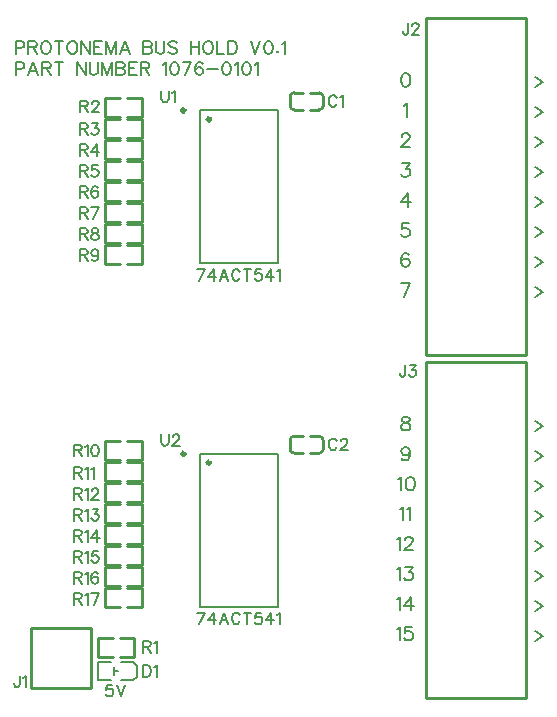
<source format=gto>
G04 Layer: TopSilkscreenLayer*
G04 Panelize: , Column: 2, Row: 2, Board Size: 58.42mm x 58.42mm, Panelized Board Size: 118.84mm x 118.84mm*
G04 EasyEDA v6.5.34, 2023-09-06 22:34:46*
G04 a2432957869647e6a6caa226728471f4,5a6b42c53f6a479593ecc07194224c93,10*
G04 Gerber Generator version 0.2*
G04 Scale: 100 percent, Rotated: No, Reflected: No *
G04 Dimensions in millimeters *
G04 leading zeros omitted , absolute positions ,4 integer and 5 decimal *
%FSLAX45Y45*%
%MOMM*%

%ADD10C,0.1524*%
%ADD11C,0.2540*%
%ADD12C,0.1500*%
%ADD13C,0.3000*%

%LPD*%
D10*
X4058665Y2856737D02*
G01*
X4058665Y2784094D01*
X4054093Y2770378D01*
X4049522Y2765805D01*
X4040377Y2761234D01*
X4031488Y2761234D01*
X4022343Y2765805D01*
X4017772Y2770378D01*
X4013200Y2784094D01*
X4013200Y2793237D01*
X4097781Y2856737D02*
G01*
X4147820Y2856737D01*
X4120388Y2820415D01*
X4134104Y2820415D01*
X4143247Y2815844D01*
X4147820Y2811271D01*
X4152391Y2797810D01*
X4152391Y2788665D01*
X4147820Y2774950D01*
X4138675Y2765805D01*
X4124959Y2761234D01*
X4111497Y2761234D01*
X4097781Y2765805D01*
X4093209Y2770378D01*
X4088638Y2779521D01*
X4084065Y5752337D02*
G01*
X4084065Y5679694D01*
X4079493Y5665978D01*
X4074922Y5661405D01*
X4065777Y5656834D01*
X4056888Y5656834D01*
X4047743Y5661405D01*
X4043172Y5665978D01*
X4038600Y5679694D01*
X4038600Y5688837D01*
X4118609Y5729731D02*
G01*
X4118609Y5734304D01*
X4123181Y5743194D01*
X4127754Y5747765D01*
X4136897Y5752337D01*
X4154931Y5752337D01*
X4164075Y5747765D01*
X4168647Y5743194D01*
X4173220Y5734304D01*
X4173220Y5725160D01*
X4168647Y5716015D01*
X4159504Y5702300D01*
X4114038Y5656834D01*
X4177791Y5656834D01*
X762000Y5601715D02*
G01*
X762000Y5492750D01*
X762000Y5601715D02*
G01*
X808736Y5601715D01*
X824229Y5596636D01*
X829563Y5591302D01*
X834644Y5580887D01*
X834644Y5565394D01*
X829563Y5554979D01*
X824229Y5549900D01*
X808736Y5544565D01*
X762000Y5544565D01*
X868934Y5601715D02*
G01*
X868934Y5492750D01*
X868934Y5601715D02*
G01*
X915670Y5601715D01*
X931418Y5596636D01*
X936497Y5591302D01*
X941831Y5580887D01*
X941831Y5570473D01*
X936497Y5560060D01*
X931418Y5554979D01*
X915670Y5549900D01*
X868934Y5549900D01*
X905510Y5549900D02*
G01*
X941831Y5492750D01*
X1007110Y5601715D02*
G01*
X996950Y5596636D01*
X986536Y5586221D01*
X981202Y5575807D01*
X976121Y5560060D01*
X976121Y5534152D01*
X981202Y5518657D01*
X986536Y5508244D01*
X996950Y5497829D01*
X1007110Y5492750D01*
X1027937Y5492750D01*
X1038352Y5497829D01*
X1048765Y5508244D01*
X1054100Y5518657D01*
X1059179Y5534152D01*
X1059179Y5560060D01*
X1054100Y5575807D01*
X1048765Y5586221D01*
X1038352Y5596636D01*
X1027937Y5601715D01*
X1007110Y5601715D01*
X1129792Y5601715D02*
G01*
X1129792Y5492750D01*
X1093470Y5601715D02*
G01*
X1166113Y5601715D01*
X1231645Y5601715D02*
G01*
X1221231Y5596636D01*
X1210818Y5586221D01*
X1205737Y5575807D01*
X1200404Y5560060D01*
X1200404Y5534152D01*
X1205737Y5518657D01*
X1210818Y5508244D01*
X1221231Y5497829D01*
X1231645Y5492750D01*
X1252473Y5492750D01*
X1262887Y5497829D01*
X1273302Y5508244D01*
X1278381Y5518657D01*
X1283715Y5534152D01*
X1283715Y5560060D01*
X1278381Y5575807D01*
X1273302Y5586221D01*
X1262887Y5596636D01*
X1252473Y5601715D01*
X1231645Y5601715D01*
X1318005Y5601715D02*
G01*
X1318005Y5492750D01*
X1318005Y5601715D02*
G01*
X1390650Y5492750D01*
X1390650Y5601715D02*
G01*
X1390650Y5492750D01*
X1424939Y5601715D02*
G01*
X1424939Y5492750D01*
X1424939Y5601715D02*
G01*
X1492504Y5601715D01*
X1424939Y5549900D02*
G01*
X1466595Y5549900D01*
X1424939Y5492750D02*
G01*
X1492504Y5492750D01*
X1526794Y5601715D02*
G01*
X1526794Y5492750D01*
X1526794Y5601715D02*
G01*
X1568450Y5492750D01*
X1609852Y5601715D02*
G01*
X1568450Y5492750D01*
X1609852Y5601715D02*
G01*
X1609852Y5492750D01*
X1685797Y5601715D02*
G01*
X1644142Y5492750D01*
X1685797Y5601715D02*
G01*
X1727200Y5492750D01*
X1659889Y5529071D02*
G01*
X1711705Y5529071D01*
X1841500Y5601715D02*
G01*
X1841500Y5492750D01*
X1841500Y5601715D02*
G01*
X1888489Y5601715D01*
X1903984Y5596636D01*
X1909063Y5591302D01*
X1914397Y5580887D01*
X1914397Y5570473D01*
X1909063Y5560060D01*
X1903984Y5554979D01*
X1888489Y5549900D01*
X1841500Y5549900D02*
G01*
X1888489Y5549900D01*
X1903984Y5544565D01*
X1909063Y5539486D01*
X1914397Y5529071D01*
X1914397Y5513323D01*
X1909063Y5502910D01*
X1903984Y5497829D01*
X1888489Y5492750D01*
X1841500Y5492750D01*
X1948688Y5601715D02*
G01*
X1948688Y5523737D01*
X1953768Y5508244D01*
X1964181Y5497829D01*
X1979929Y5492750D01*
X1990090Y5492750D01*
X2005838Y5497829D01*
X2016252Y5508244D01*
X2021331Y5523737D01*
X2021331Y5601715D01*
X2128520Y5586221D02*
G01*
X2118106Y5596636D01*
X2102358Y5601715D01*
X2081529Y5601715D01*
X2066036Y5596636D01*
X2055622Y5586221D01*
X2055622Y5575807D01*
X2060956Y5565394D01*
X2066036Y5560060D01*
X2076450Y5554979D01*
X2107691Y5544565D01*
X2118106Y5539486D01*
X2123186Y5534152D01*
X2128520Y5523737D01*
X2128520Y5508244D01*
X2118106Y5497829D01*
X2102358Y5492750D01*
X2081529Y5492750D01*
X2066036Y5497829D01*
X2055622Y5508244D01*
X2242820Y5601715D02*
G01*
X2242820Y5492750D01*
X2315463Y5601715D02*
G01*
X2315463Y5492750D01*
X2242820Y5549900D02*
G01*
X2315463Y5549900D01*
X2380995Y5601715D02*
G01*
X2370581Y5596636D01*
X2360168Y5586221D01*
X2354834Y5575807D01*
X2349754Y5560060D01*
X2349754Y5534152D01*
X2354834Y5518657D01*
X2360168Y5508244D01*
X2370581Y5497829D01*
X2380995Y5492750D01*
X2401570Y5492750D01*
X2411984Y5497829D01*
X2422397Y5508244D01*
X2427731Y5518657D01*
X2432811Y5534152D01*
X2432811Y5560060D01*
X2427731Y5575807D01*
X2422397Y5586221D01*
X2411984Y5596636D01*
X2401570Y5601715D01*
X2380995Y5601715D01*
X2467102Y5601715D02*
G01*
X2467102Y5492750D01*
X2467102Y5492750D02*
G01*
X2529586Y5492750D01*
X2563875Y5601715D02*
G01*
X2563875Y5492750D01*
X2563875Y5601715D02*
G01*
X2600197Y5601715D01*
X2615691Y5596636D01*
X2626106Y5586221D01*
X2631440Y5575807D01*
X2636520Y5560060D01*
X2636520Y5534152D01*
X2631440Y5518657D01*
X2626106Y5508244D01*
X2615691Y5497829D01*
X2600197Y5492750D01*
X2563875Y5492750D01*
X2750820Y5601715D02*
G01*
X2792475Y5492750D01*
X2833877Y5601715D02*
G01*
X2792475Y5492750D01*
X2899409Y5601715D02*
G01*
X2883915Y5596636D01*
X2873502Y5580887D01*
X2868168Y5554979D01*
X2868168Y5539486D01*
X2873502Y5513323D01*
X2883915Y5497829D01*
X2899409Y5492750D01*
X2909824Y5492750D01*
X2925318Y5497829D01*
X2935731Y5513323D01*
X2941065Y5539486D01*
X2941065Y5554979D01*
X2935731Y5580887D01*
X2925318Y5596636D01*
X2909824Y5601715D01*
X2899409Y5601715D01*
X2980436Y5518657D02*
G01*
X2975356Y5513323D01*
X2980436Y5508244D01*
X2985770Y5513323D01*
X2980436Y5518657D01*
X3020059Y5580887D02*
G01*
X3030220Y5586221D01*
X3045968Y5601715D01*
X3045968Y5492750D01*
X762000Y5423915D02*
G01*
X762000Y5314950D01*
X762000Y5423915D02*
G01*
X808736Y5423915D01*
X824229Y5418836D01*
X829563Y5413502D01*
X834644Y5403087D01*
X834644Y5387594D01*
X829563Y5377179D01*
X824229Y5372100D01*
X808736Y5366765D01*
X762000Y5366765D01*
X910589Y5423915D02*
G01*
X868934Y5314950D01*
X910589Y5423915D02*
G01*
X952245Y5314950D01*
X884681Y5351271D02*
G01*
X936497Y5351271D01*
X986536Y5423915D02*
G01*
X986536Y5314950D01*
X986536Y5423915D02*
G01*
X1033271Y5423915D01*
X1048765Y5418836D01*
X1054100Y5413502D01*
X1059179Y5403087D01*
X1059179Y5392673D01*
X1054100Y5382260D01*
X1048765Y5377179D01*
X1033271Y5372100D01*
X986536Y5372100D01*
X1022857Y5372100D02*
G01*
X1059179Y5314950D01*
X1129792Y5423915D02*
G01*
X1129792Y5314950D01*
X1093470Y5423915D02*
G01*
X1166113Y5423915D01*
X1280413Y5423915D02*
G01*
X1280413Y5314950D01*
X1280413Y5423915D02*
G01*
X1353312Y5314950D01*
X1353312Y5423915D02*
G01*
X1353312Y5314950D01*
X1387602Y5423915D02*
G01*
X1387602Y5345937D01*
X1392681Y5330444D01*
X1403095Y5320029D01*
X1418589Y5314950D01*
X1429004Y5314950D01*
X1444752Y5320029D01*
X1455165Y5330444D01*
X1460245Y5345937D01*
X1460245Y5423915D01*
X1494536Y5423915D02*
G01*
X1494536Y5314950D01*
X1494536Y5423915D02*
G01*
X1536192Y5314950D01*
X1577594Y5423915D02*
G01*
X1536192Y5314950D01*
X1577594Y5423915D02*
G01*
X1577594Y5314950D01*
X1611884Y5423915D02*
G01*
X1611884Y5314950D01*
X1611884Y5423915D02*
G01*
X1658620Y5423915D01*
X1674368Y5418836D01*
X1679447Y5413502D01*
X1684781Y5403087D01*
X1684781Y5392673D01*
X1679447Y5382260D01*
X1674368Y5377179D01*
X1658620Y5372100D01*
X1611884Y5372100D02*
G01*
X1658620Y5372100D01*
X1674368Y5366765D01*
X1679447Y5361686D01*
X1684781Y5351271D01*
X1684781Y5335523D01*
X1679447Y5325110D01*
X1674368Y5320029D01*
X1658620Y5314950D01*
X1611884Y5314950D01*
X1719071Y5423915D02*
G01*
X1719071Y5314950D01*
X1719071Y5423915D02*
G01*
X1786636Y5423915D01*
X1719071Y5372100D02*
G01*
X1760473Y5372100D01*
X1719071Y5314950D02*
G01*
X1786636Y5314950D01*
X1820926Y5423915D02*
G01*
X1820926Y5314950D01*
X1820926Y5423915D02*
G01*
X1867662Y5423915D01*
X1883155Y5418836D01*
X1888489Y5413502D01*
X1893570Y5403087D01*
X1893570Y5392673D01*
X1888489Y5382260D01*
X1883155Y5377179D01*
X1867662Y5372100D01*
X1820926Y5372100D01*
X1857247Y5372100D02*
G01*
X1893570Y5314950D01*
X2007870Y5403087D02*
G01*
X2018284Y5408421D01*
X2033777Y5423915D01*
X2033777Y5314950D01*
X2099309Y5423915D02*
G01*
X2083815Y5418836D01*
X2073402Y5403087D01*
X2068068Y5377179D01*
X2068068Y5361686D01*
X2073402Y5335523D01*
X2083815Y5320029D01*
X2099309Y5314950D01*
X2109724Y5314950D01*
X2125218Y5320029D01*
X2135631Y5335523D01*
X2140965Y5361686D01*
X2140965Y5377179D01*
X2135631Y5403087D01*
X2125218Y5418836D01*
X2109724Y5423915D01*
X2099309Y5423915D01*
X2247900Y5423915D02*
G01*
X2195829Y5314950D01*
X2175256Y5423915D02*
G01*
X2247900Y5423915D01*
X2344420Y5408421D02*
G01*
X2339340Y5418836D01*
X2323845Y5423915D01*
X2313431Y5423915D01*
X2297684Y5418836D01*
X2287270Y5403087D01*
X2282190Y5377179D01*
X2282190Y5351271D01*
X2287270Y5330444D01*
X2297684Y5320029D01*
X2313431Y5314950D01*
X2318511Y5314950D01*
X2334259Y5320029D01*
X2344420Y5330444D01*
X2349754Y5345937D01*
X2349754Y5351271D01*
X2344420Y5366765D01*
X2334259Y5377179D01*
X2318511Y5382260D01*
X2313431Y5382260D01*
X2297684Y5377179D01*
X2287270Y5366765D01*
X2282190Y5351271D01*
X2384043Y5361686D02*
G01*
X2477515Y5361686D01*
X2543047Y5423915D02*
G01*
X2527300Y5418836D01*
X2517140Y5403087D01*
X2511806Y5377179D01*
X2511806Y5361686D01*
X2517140Y5335523D01*
X2527300Y5320029D01*
X2543047Y5314950D01*
X2553461Y5314950D01*
X2568956Y5320029D01*
X2579370Y5335523D01*
X2584450Y5361686D01*
X2584450Y5377179D01*
X2579370Y5403087D01*
X2568956Y5418836D01*
X2553461Y5423915D01*
X2543047Y5423915D01*
X2618740Y5403087D02*
G01*
X2629154Y5408421D01*
X2644902Y5423915D01*
X2644902Y5314950D01*
X2710179Y5423915D02*
G01*
X2694686Y5418836D01*
X2684272Y5403087D01*
X2679191Y5377179D01*
X2679191Y5361686D01*
X2684272Y5335523D01*
X2694686Y5320029D01*
X2710179Y5314950D01*
X2720593Y5314950D01*
X2736341Y5320029D01*
X2746756Y5335523D01*
X2751836Y5361686D01*
X2751836Y5377179D01*
X2746756Y5403087D01*
X2736341Y5418836D01*
X2720593Y5423915D01*
X2710179Y5423915D01*
X2786125Y5403087D02*
G01*
X2796540Y5408421D01*
X2812034Y5423915D01*
X2812034Y5314950D01*
X1578597Y151627D02*
G01*
X1533131Y151627D01*
X1528559Y110733D01*
X1533131Y115305D01*
X1546593Y119877D01*
X1560309Y119877D01*
X1574025Y115305D01*
X1583169Y106161D01*
X1587741Y92699D01*
X1587741Y83555D01*
X1583169Y69839D01*
X1574025Y60695D01*
X1560309Y56123D01*
X1546593Y56123D01*
X1533131Y60695D01*
X1528559Y65267D01*
X1523987Y74411D01*
X1617713Y151627D02*
G01*
X1654035Y56123D01*
X1690357Y151627D02*
G01*
X1654035Y56123D01*
X3987800Y620013D02*
G01*
X3998722Y625347D01*
X4014977Y641857D01*
X4014977Y527304D01*
X4116577Y641857D02*
G01*
X4061968Y641857D01*
X4056634Y592581D01*
X4061968Y598170D01*
X4078224Y603504D01*
X4094734Y603504D01*
X4110990Y598170D01*
X4121911Y587247D01*
X4127500Y570992D01*
X4127500Y560070D01*
X4121911Y543560D01*
X4110990Y532637D01*
X4094734Y527304D01*
X4078224Y527304D01*
X4061968Y532637D01*
X4056634Y538226D01*
X4051045Y549147D01*
X3987800Y874013D02*
G01*
X3998722Y879347D01*
X4014977Y895857D01*
X4014977Y781304D01*
X4105656Y895857D02*
G01*
X4051045Y819404D01*
X4132834Y819404D01*
X4105656Y895857D02*
G01*
X4105656Y781304D01*
X3987800Y1128013D02*
G01*
X3998722Y1133347D01*
X4014977Y1149857D01*
X4014977Y1035304D01*
X4061968Y1149857D02*
G01*
X4121911Y1149857D01*
X4089145Y1106170D01*
X4105656Y1106170D01*
X4116577Y1100581D01*
X4121911Y1095247D01*
X4127500Y1078992D01*
X4127500Y1068070D01*
X4121911Y1051560D01*
X4110990Y1040637D01*
X4094734Y1035304D01*
X4078224Y1035304D01*
X4061968Y1040637D01*
X4056634Y1046226D01*
X4051045Y1057147D01*
X3987800Y1382013D02*
G01*
X3998722Y1387347D01*
X4014977Y1403857D01*
X4014977Y1289304D01*
X4056634Y1376426D02*
G01*
X4056634Y1382013D01*
X4061968Y1392936D01*
X4067556Y1398270D01*
X4078224Y1403857D01*
X4100068Y1403857D01*
X4110990Y1398270D01*
X4116577Y1392936D01*
X4121911Y1382013D01*
X4121911Y1371092D01*
X4116577Y1360170D01*
X4105656Y1343913D01*
X4051045Y1289304D01*
X4127500Y1289304D01*
X4013200Y1636013D02*
G01*
X4024122Y1641347D01*
X4040377Y1657857D01*
X4040377Y1543304D01*
X4076445Y1636013D02*
G01*
X4087368Y1641347D01*
X4103624Y1657857D01*
X4103624Y1543304D01*
X4000500Y1890013D02*
G01*
X4011422Y1895347D01*
X4027677Y1911857D01*
X4027677Y1797304D01*
X4096511Y1911857D02*
G01*
X4080256Y1906270D01*
X4069334Y1890013D01*
X4063745Y1862581D01*
X4063745Y1846326D01*
X4069334Y1819147D01*
X4080256Y1802637D01*
X4096511Y1797304D01*
X4107434Y1797304D01*
X4123690Y1802637D01*
X4134611Y1819147D01*
X4140200Y1846326D01*
X4140200Y1862581D01*
X4134611Y1890013D01*
X4123690Y1906270D01*
X4107434Y1911857D01*
X4096511Y1911857D01*
X4096765Y2127504D02*
G01*
X4091431Y2111247D01*
X4080509Y2100326D01*
X4064000Y2094992D01*
X4058665Y2094992D01*
X4042156Y2100326D01*
X4031234Y2111247D01*
X4025900Y2127504D01*
X4025900Y2133092D01*
X4031234Y2149347D01*
X4042156Y2160270D01*
X4058665Y2165857D01*
X4064000Y2165857D01*
X4080509Y2160270D01*
X4091431Y2149347D01*
X4096765Y2127504D01*
X4096765Y2100326D01*
X4091431Y2073147D01*
X4080509Y2056637D01*
X4064000Y2051304D01*
X4053077Y2051304D01*
X4036822Y2056637D01*
X4031234Y2067560D01*
X4053077Y2419857D02*
G01*
X4036822Y2414270D01*
X4031234Y2403347D01*
X4031234Y2392426D01*
X4036822Y2381504D01*
X4047743Y2376170D01*
X4069588Y2370581D01*
X4085843Y2365247D01*
X4096765Y2354326D01*
X4102354Y2343404D01*
X4102354Y2327147D01*
X4096765Y2316226D01*
X4091431Y2310637D01*
X4074922Y2305304D01*
X4053077Y2305304D01*
X4036822Y2310637D01*
X4031234Y2316226D01*
X4025900Y2327147D01*
X4025900Y2343404D01*
X4031234Y2354326D01*
X4042156Y2365247D01*
X4058665Y2370581D01*
X4080509Y2376170D01*
X4091431Y2381504D01*
X4096765Y2392426D01*
X4096765Y2403347D01*
X4091431Y2414270D01*
X4074922Y2419857D01*
X4053077Y2419857D01*
X4102354Y3550157D02*
G01*
X4047743Y3435604D01*
X4025900Y3550157D02*
G01*
X4102354Y3550157D01*
X4091431Y3787647D02*
G01*
X4085843Y3798570D01*
X4069588Y3804157D01*
X4058665Y3804157D01*
X4042156Y3798570D01*
X4031234Y3782313D01*
X4025900Y3754881D01*
X4025900Y3727704D01*
X4031234Y3705860D01*
X4042156Y3694937D01*
X4058665Y3689604D01*
X4064000Y3689604D01*
X4080509Y3694937D01*
X4091431Y3705860D01*
X4096765Y3722370D01*
X4096765Y3727704D01*
X4091431Y3744213D01*
X4080509Y3754881D01*
X4064000Y3760470D01*
X4058665Y3760470D01*
X4042156Y3754881D01*
X4031234Y3744213D01*
X4025900Y3727704D01*
X4091431Y4058157D02*
G01*
X4036822Y4058157D01*
X4031234Y4008881D01*
X4036822Y4014470D01*
X4053077Y4019804D01*
X4069588Y4019804D01*
X4085843Y4014470D01*
X4096765Y4003547D01*
X4102354Y3987292D01*
X4102354Y3976370D01*
X4096765Y3959860D01*
X4085843Y3948937D01*
X4069588Y3943604D01*
X4053077Y3943604D01*
X4036822Y3948937D01*
X4031234Y3954526D01*
X4025900Y3965447D01*
X4080509Y4312157D02*
G01*
X4025900Y4235704D01*
X4107688Y4235704D01*
X4080509Y4312157D02*
G01*
X4080509Y4197604D01*
X4036822Y4566157D02*
G01*
X4096765Y4566157D01*
X4064000Y4522470D01*
X4080509Y4522470D01*
X4091431Y4516881D01*
X4096765Y4511547D01*
X4102354Y4495292D01*
X4102354Y4484370D01*
X4096765Y4467860D01*
X4085843Y4456937D01*
X4069588Y4451604D01*
X4053077Y4451604D01*
X4036822Y4456937D01*
X4031234Y4462526D01*
X4025900Y4473447D01*
X4031234Y4792726D02*
G01*
X4031234Y4798313D01*
X4036822Y4809236D01*
X4042156Y4814570D01*
X4053077Y4820157D01*
X4074922Y4820157D01*
X4085843Y4814570D01*
X4091431Y4809236D01*
X4096765Y4798313D01*
X4096765Y4787392D01*
X4091431Y4776470D01*
X4080509Y4760213D01*
X4025900Y4705604D01*
X4102354Y4705604D01*
X4051325Y5052313D02*
G01*
X4062247Y5057647D01*
X4078503Y5074157D01*
X4078503Y4959604D01*
X4058665Y5328157D02*
G01*
X4042156Y5322570D01*
X4031234Y5306313D01*
X4025900Y5278881D01*
X4025900Y5262626D01*
X4031234Y5235447D01*
X4042156Y5218937D01*
X4058665Y5213604D01*
X4069588Y5213604D01*
X4085843Y5218937D01*
X4096765Y5235447D01*
X4102354Y5262626D01*
X4102354Y5278881D01*
X4096765Y5306313D01*
X4085843Y5322570D01*
X4069588Y5328157D01*
X4058665Y5328157D01*
X5156093Y5294386D02*
G01*
X5228991Y5253238D01*
X5156093Y5212344D01*
X5156093Y5040386D02*
G01*
X5228991Y4999238D01*
X5156093Y4958344D01*
X5156093Y4786386D02*
G01*
X5228991Y4745238D01*
X5156093Y4704344D01*
X5156093Y4532386D02*
G01*
X5228991Y4491238D01*
X5156093Y4450344D01*
X5156093Y4278386D02*
G01*
X5228991Y4237238D01*
X5156093Y4196344D01*
X5156093Y4024386D02*
G01*
X5228991Y3983238D01*
X5156093Y3942344D01*
X5156093Y3770386D02*
G01*
X5228991Y3729238D01*
X5156093Y3688344D01*
X5156093Y3516386D02*
G01*
X5228991Y3475238D01*
X5156093Y3434344D01*
X5156118Y2386086D02*
G01*
X5229016Y2344938D01*
X5156118Y2304044D01*
X5156118Y2132086D02*
G01*
X5229016Y2090938D01*
X5156118Y2050044D01*
X5156118Y1878086D02*
G01*
X5229016Y1836938D01*
X5156118Y1796044D01*
X5156118Y1624086D02*
G01*
X5229016Y1582938D01*
X5156118Y1542044D01*
X5156118Y1370086D02*
G01*
X5229016Y1328938D01*
X5156118Y1288044D01*
X5156118Y1116086D02*
G01*
X5229016Y1074938D01*
X5156118Y1034044D01*
X5156118Y862086D02*
G01*
X5229016Y820938D01*
X5156118Y780044D01*
X5156118Y608086D02*
G01*
X5229016Y566938D01*
X5156118Y526044D01*
X794776Y227848D02*
G01*
X794776Y155204D01*
X790204Y141488D01*
X785632Y136916D01*
X776488Y132344D01*
X767598Y132344D01*
X758454Y136916D01*
X753882Y141488D01*
X749310Y155204D01*
X749310Y164348D01*
X824748Y209814D02*
G01*
X833892Y214386D01*
X847608Y227848D01*
X847608Y132344D01*
X2362454Y3669537D02*
G01*
X2316988Y3574034D01*
X2298700Y3669537D02*
G01*
X2362454Y3669537D01*
X2437891Y3669537D02*
G01*
X2392425Y3606037D01*
X2460497Y3606037D01*
X2437891Y3669537D02*
G01*
X2437891Y3574034D01*
X2526791Y3669537D02*
G01*
X2490470Y3574034D01*
X2526791Y3669537D02*
G01*
X2563368Y3574034D01*
X2504186Y3606037D02*
G01*
X2549652Y3606037D01*
X2661411Y3646931D02*
G01*
X2656840Y3656076D01*
X2647695Y3664965D01*
X2638806Y3669537D01*
X2620518Y3669537D01*
X2611374Y3664965D01*
X2602229Y3656076D01*
X2597911Y3646931D01*
X2593340Y3633215D01*
X2593340Y3610610D01*
X2597911Y3596894D01*
X2602229Y3587750D01*
X2611374Y3578605D01*
X2620518Y3574034D01*
X2638806Y3574034D01*
X2647695Y3578605D01*
X2656840Y3587750D01*
X2661411Y3596894D01*
X2723134Y3669537D02*
G01*
X2723134Y3574034D01*
X2691384Y3669537D02*
G01*
X2755138Y3669537D01*
X2839720Y3669537D02*
G01*
X2794254Y3669537D01*
X2789681Y3628644D01*
X2794254Y3633215D01*
X2807715Y3637787D01*
X2821431Y3637787D01*
X2835147Y3633215D01*
X2844038Y3624071D01*
X2848609Y3610610D01*
X2848609Y3601465D01*
X2844038Y3587750D01*
X2835147Y3578605D01*
X2821431Y3574034D01*
X2807715Y3574034D01*
X2794254Y3578605D01*
X2789681Y3583178D01*
X2785109Y3592321D01*
X2924047Y3669537D02*
G01*
X2878581Y3606037D01*
X2946908Y3606037D01*
X2924047Y3669537D02*
G01*
X2924047Y3574034D01*
X2976879Y3651504D02*
G01*
X2986024Y3656076D01*
X2999486Y3669537D01*
X2999486Y3574034D01*
X2362479Y761237D02*
G01*
X2317013Y665734D01*
X2298725Y761237D02*
G01*
X2362479Y761237D01*
X2437917Y761237D02*
G01*
X2392451Y697737D01*
X2460523Y697737D01*
X2437917Y761237D02*
G01*
X2437917Y665734D01*
X2526817Y761237D02*
G01*
X2490495Y665734D01*
X2526817Y761237D02*
G01*
X2563393Y665734D01*
X2504211Y697737D02*
G01*
X2549677Y697737D01*
X2661437Y738631D02*
G01*
X2656865Y747776D01*
X2647721Y756665D01*
X2638831Y761237D01*
X2620543Y761237D01*
X2611399Y756665D01*
X2602255Y747776D01*
X2597937Y738631D01*
X2593365Y724915D01*
X2593365Y702310D01*
X2597937Y688594D01*
X2602255Y679450D01*
X2611399Y670305D01*
X2620543Y665734D01*
X2638831Y665734D01*
X2647721Y670305D01*
X2656865Y679450D01*
X2661437Y688594D01*
X2723159Y761237D02*
G01*
X2723159Y665734D01*
X2691409Y761237D02*
G01*
X2755163Y761237D01*
X2839745Y761237D02*
G01*
X2794279Y761237D01*
X2789707Y720344D01*
X2794279Y724915D01*
X2807741Y729487D01*
X2821457Y729487D01*
X2835173Y724915D01*
X2844063Y715771D01*
X2848635Y702310D01*
X2848635Y693165D01*
X2844063Y679450D01*
X2835173Y670305D01*
X2821457Y665734D01*
X2807741Y665734D01*
X2794279Y670305D01*
X2789707Y674878D01*
X2785135Y684021D01*
X2924073Y761237D02*
G01*
X2878607Y697737D01*
X2946933Y697737D01*
X2924073Y761237D02*
G01*
X2924073Y665734D01*
X2976905Y743204D02*
G01*
X2986049Y747776D01*
X2999511Y761237D01*
X2999511Y665734D01*
X1993900Y5180837D02*
G01*
X1993900Y5112765D01*
X1998472Y5099050D01*
X2007615Y5089905D01*
X2021077Y5085334D01*
X2030222Y5085334D01*
X2043938Y5089905D01*
X2053081Y5099050D01*
X2057654Y5112765D01*
X2057654Y5180837D01*
X2087625Y5162804D02*
G01*
X2096515Y5167376D01*
X2110231Y5180837D01*
X2110231Y5085334D01*
X1993874Y2272664D02*
G01*
X1993874Y2204338D01*
X1998446Y2190877D01*
X2007590Y2181732D01*
X2021306Y2177161D01*
X2030196Y2177161D01*
X2043912Y2181732D01*
X2053056Y2190877D01*
X2057628Y2204338D01*
X2057628Y2272664D01*
X2092172Y2249804D02*
G01*
X2092172Y2254377D01*
X2096744Y2263520D01*
X2101316Y2268093D01*
X2110206Y2272664D01*
X2128494Y2272664D01*
X2137638Y2268093D01*
X2142210Y2263520D01*
X2146528Y2254377D01*
X2146528Y2245232D01*
X2142210Y2236343D01*
X2133066Y2222627D01*
X2087600Y2177161D01*
X2151100Y2177161D01*
X1841500Y519937D02*
G01*
X1841500Y424434D01*
X1841500Y519937D02*
G01*
X1882394Y519937D01*
X1896110Y515365D01*
X1900681Y510794D01*
X1905254Y501904D01*
X1905254Y492760D01*
X1900681Y483615D01*
X1896110Y479044D01*
X1882394Y474471D01*
X1841500Y474471D01*
X1873250Y474471D02*
G01*
X1905254Y424434D01*
X1935225Y501904D02*
G01*
X1944115Y506476D01*
X1957831Y519937D01*
X1957831Y424434D01*
X1841500Y316737D02*
G01*
X1841500Y221234D01*
X1841500Y316737D02*
G01*
X1873250Y316737D01*
X1886965Y312165D01*
X1896110Y303276D01*
X1900681Y294131D01*
X1905254Y280415D01*
X1905254Y257810D01*
X1900681Y244094D01*
X1896110Y234950D01*
X1886965Y225805D01*
X1873250Y221234D01*
X1841500Y221234D01*
X1935225Y298704D02*
G01*
X1944115Y303276D01*
X1957831Y316737D01*
X1957831Y221234D01*
X3480536Y5120139D02*
G01*
X3476218Y5129283D01*
X3467074Y5138173D01*
X3457930Y5142745D01*
X3439642Y5142745D01*
X3430752Y5138173D01*
X3421608Y5129283D01*
X3417036Y5120139D01*
X3412464Y5106423D01*
X3412464Y5083817D01*
X3417036Y5070101D01*
X3421608Y5060957D01*
X3430752Y5051813D01*
X3439642Y5047241D01*
X3457930Y5047241D01*
X3467074Y5051813D01*
X3476218Y5060957D01*
X3480536Y5070101D01*
X3510762Y5124711D02*
G01*
X3519652Y5129283D01*
X3533368Y5142745D01*
X3533368Y5047241D01*
X1310716Y5094696D02*
G01*
X1310716Y4999446D01*
X1310716Y5094696D02*
G01*
X1351610Y5094696D01*
X1365326Y5090124D01*
X1369898Y5085806D01*
X1374470Y5076662D01*
X1374470Y5067518D01*
X1369898Y5058374D01*
X1365326Y5053802D01*
X1351610Y5049230D01*
X1310716Y5049230D01*
X1342466Y5049230D02*
G01*
X1374470Y4999446D01*
X1409014Y5072090D02*
G01*
X1409014Y5076662D01*
X1413332Y5085806D01*
X1417904Y5090124D01*
X1427048Y5094696D01*
X1445336Y5094696D01*
X1454480Y5090124D01*
X1458798Y5085806D01*
X1463370Y5076662D01*
X1463370Y5067518D01*
X1458798Y5058374D01*
X1449908Y5044658D01*
X1404442Y4999446D01*
X1467942Y4999446D01*
X1307592Y4904231D02*
G01*
X1307592Y4808728D01*
X1307592Y4904231D02*
G01*
X1348486Y4904231D01*
X1362202Y4899660D01*
X1366773Y4895087D01*
X1371345Y4886197D01*
X1371345Y4877054D01*
X1366773Y4867910D01*
X1362202Y4863337D01*
X1348486Y4858765D01*
X1307592Y4858765D01*
X1339342Y4858765D02*
G01*
X1371345Y4808728D01*
X1410462Y4904231D02*
G01*
X1460245Y4904231D01*
X1433068Y4867910D01*
X1446784Y4867910D01*
X1455928Y4863337D01*
X1460245Y4858765D01*
X1464818Y4845304D01*
X1464818Y4836160D01*
X1460245Y4822444D01*
X1451355Y4813300D01*
X1437639Y4808728D01*
X1423923Y4808728D01*
X1410462Y4813300D01*
X1405889Y4817871D01*
X1401318Y4827015D01*
X1307581Y4726421D02*
G01*
X1307581Y4630917D01*
X1307581Y4726421D02*
G01*
X1348475Y4726421D01*
X1362191Y4721849D01*
X1366763Y4717277D01*
X1371335Y4708387D01*
X1371335Y4699243D01*
X1366763Y4690099D01*
X1362191Y4685527D01*
X1348475Y4680955D01*
X1307581Y4680955D01*
X1339331Y4680955D02*
G01*
X1371335Y4630917D01*
X1446773Y4726421D02*
G01*
X1401307Y4662921D01*
X1469379Y4662921D01*
X1446773Y4726421D02*
G01*
X1446773Y4630917D01*
X1307581Y4548621D02*
G01*
X1307581Y4453117D01*
X1307581Y4548621D02*
G01*
X1348475Y4548621D01*
X1362191Y4544049D01*
X1366763Y4539477D01*
X1371335Y4530587D01*
X1371335Y4521443D01*
X1366763Y4512299D01*
X1362191Y4507727D01*
X1348475Y4503155D01*
X1307581Y4503155D01*
X1339331Y4503155D02*
G01*
X1371335Y4453117D01*
X1455917Y4548621D02*
G01*
X1410451Y4548621D01*
X1405879Y4507727D01*
X1410451Y4512299D01*
X1423913Y4516871D01*
X1437629Y4516871D01*
X1451345Y4512299D01*
X1460235Y4503155D01*
X1464807Y4489693D01*
X1464807Y4480549D01*
X1460235Y4466833D01*
X1451345Y4457689D01*
X1437629Y4453117D01*
X1423913Y4453117D01*
X1410451Y4457689D01*
X1405879Y4462261D01*
X1401307Y4471405D01*
X1307581Y4370821D02*
G01*
X1307581Y4275317D01*
X1307581Y4370821D02*
G01*
X1348475Y4370821D01*
X1362191Y4366249D01*
X1366763Y4361677D01*
X1371335Y4352787D01*
X1371335Y4343643D01*
X1366763Y4334499D01*
X1362191Y4329927D01*
X1348475Y4325355D01*
X1307581Y4325355D01*
X1339331Y4325355D02*
G01*
X1371335Y4275317D01*
X1455917Y4357359D02*
G01*
X1451345Y4366249D01*
X1437629Y4370821D01*
X1428485Y4370821D01*
X1415023Y4366249D01*
X1405879Y4352787D01*
X1401307Y4329927D01*
X1401307Y4307321D01*
X1405879Y4289033D01*
X1415023Y4279889D01*
X1428485Y4275317D01*
X1433057Y4275317D01*
X1446773Y4279889D01*
X1455917Y4289033D01*
X1460235Y4302749D01*
X1460235Y4307321D01*
X1455917Y4320783D01*
X1446773Y4329927D01*
X1433057Y4334499D01*
X1428485Y4334499D01*
X1415023Y4329927D01*
X1405879Y4320783D01*
X1401307Y4307321D01*
X1307581Y4193021D02*
G01*
X1307581Y4097517D01*
X1307581Y4193021D02*
G01*
X1348475Y4193021D01*
X1362191Y4188449D01*
X1366763Y4183877D01*
X1371335Y4174987D01*
X1371335Y4165843D01*
X1366763Y4156699D01*
X1362191Y4152127D01*
X1348475Y4147555D01*
X1307581Y4147555D01*
X1339331Y4147555D02*
G01*
X1371335Y4097517D01*
X1464807Y4193021D02*
G01*
X1419341Y4097517D01*
X1401307Y4193021D02*
G01*
X1464807Y4193021D01*
X1307581Y4015221D02*
G01*
X1307581Y3919717D01*
X1307581Y4015221D02*
G01*
X1348475Y4015221D01*
X1362191Y4010649D01*
X1366763Y4006077D01*
X1371335Y3997187D01*
X1371335Y3988043D01*
X1366763Y3978899D01*
X1362191Y3974327D01*
X1348475Y3969755D01*
X1307581Y3969755D01*
X1339331Y3969755D02*
G01*
X1371335Y3919717D01*
X1423913Y4015221D02*
G01*
X1410451Y4010649D01*
X1405879Y4001759D01*
X1405879Y3992615D01*
X1410451Y3983471D01*
X1419341Y3978899D01*
X1437629Y3974327D01*
X1451345Y3969755D01*
X1460235Y3960865D01*
X1464807Y3951721D01*
X1464807Y3938005D01*
X1460235Y3928861D01*
X1455917Y3924289D01*
X1442201Y3919717D01*
X1423913Y3919717D01*
X1410451Y3924289D01*
X1405879Y3928861D01*
X1401307Y3938005D01*
X1401307Y3951721D01*
X1405879Y3960865D01*
X1415023Y3969755D01*
X1428485Y3974327D01*
X1446773Y3978899D01*
X1455917Y3983471D01*
X1460235Y3992615D01*
X1460235Y4001759D01*
X1455917Y4010649D01*
X1442201Y4015221D01*
X1423913Y4015221D01*
X1307581Y3837421D02*
G01*
X1307581Y3741917D01*
X1307581Y3837421D02*
G01*
X1348475Y3837421D01*
X1362191Y3832849D01*
X1366763Y3828277D01*
X1371335Y3819387D01*
X1371335Y3810243D01*
X1366763Y3801099D01*
X1362191Y3796527D01*
X1348475Y3791955D01*
X1307581Y3791955D01*
X1339331Y3791955D02*
G01*
X1371335Y3741917D01*
X1460235Y3805671D02*
G01*
X1455917Y3791955D01*
X1446773Y3783065D01*
X1433057Y3778493D01*
X1428485Y3778493D01*
X1415023Y3783065D01*
X1405879Y3791955D01*
X1401307Y3805671D01*
X1401307Y3810243D01*
X1405879Y3823959D01*
X1415023Y3832849D01*
X1428485Y3837421D01*
X1433057Y3837421D01*
X1446773Y3832849D01*
X1455917Y3823959D01*
X1460235Y3805671D01*
X1460235Y3783065D01*
X1455917Y3760205D01*
X1446773Y3746489D01*
X1433057Y3741917D01*
X1423913Y3741917D01*
X1410451Y3746489D01*
X1405879Y3755633D01*
X1257236Y926355D02*
G01*
X1257236Y830851D01*
X1257236Y926355D02*
G01*
X1298130Y926355D01*
X1311846Y921783D01*
X1316418Y917211D01*
X1320990Y908321D01*
X1320990Y899177D01*
X1316418Y890033D01*
X1311846Y885461D01*
X1298130Y880889D01*
X1257236Y880889D01*
X1289240Y880889D02*
G01*
X1320990Y830851D01*
X1350962Y908321D02*
G01*
X1360106Y912893D01*
X1373568Y926355D01*
X1373568Y830851D01*
X1467294Y926355D02*
G01*
X1421828Y830851D01*
X1403540Y926355D02*
G01*
X1467294Y926355D01*
X1257236Y1104155D02*
G01*
X1257236Y1008651D01*
X1257236Y1104155D02*
G01*
X1298130Y1104155D01*
X1311846Y1099583D01*
X1316418Y1095011D01*
X1320990Y1086121D01*
X1320990Y1076977D01*
X1316418Y1067833D01*
X1311846Y1063261D01*
X1298130Y1058689D01*
X1257236Y1058689D01*
X1289240Y1058689D02*
G01*
X1320990Y1008651D01*
X1350962Y1086121D02*
G01*
X1360106Y1090693D01*
X1373568Y1104155D01*
X1373568Y1008651D01*
X1458150Y1090693D02*
G01*
X1453578Y1099583D01*
X1440116Y1104155D01*
X1430972Y1104155D01*
X1417256Y1099583D01*
X1408112Y1086121D01*
X1403540Y1063261D01*
X1403540Y1040655D01*
X1408112Y1022367D01*
X1417256Y1013223D01*
X1430972Y1008651D01*
X1435544Y1008651D01*
X1449006Y1013223D01*
X1458150Y1022367D01*
X1462722Y1036083D01*
X1462722Y1040655D01*
X1458150Y1054117D01*
X1449006Y1063261D01*
X1435544Y1067833D01*
X1430972Y1067833D01*
X1417256Y1063261D01*
X1408112Y1054117D01*
X1403540Y1040655D01*
X1257236Y1281955D02*
G01*
X1257236Y1186451D01*
X1257236Y1281955D02*
G01*
X1298130Y1281955D01*
X1311846Y1277383D01*
X1316418Y1272811D01*
X1320990Y1263921D01*
X1320990Y1254777D01*
X1316418Y1245633D01*
X1311846Y1241061D01*
X1298130Y1236489D01*
X1257236Y1236489D01*
X1289240Y1236489D02*
G01*
X1320990Y1186451D01*
X1350962Y1263921D02*
G01*
X1360106Y1268493D01*
X1373568Y1281955D01*
X1373568Y1186451D01*
X1458150Y1281955D02*
G01*
X1412684Y1281955D01*
X1408112Y1241061D01*
X1412684Y1245633D01*
X1426400Y1250205D01*
X1440116Y1250205D01*
X1453578Y1245633D01*
X1462722Y1236489D01*
X1467294Y1223027D01*
X1467294Y1213883D01*
X1462722Y1200167D01*
X1453578Y1191023D01*
X1440116Y1186451D01*
X1426400Y1186451D01*
X1412684Y1191023D01*
X1408112Y1195595D01*
X1403540Y1204739D01*
X1257236Y1459755D02*
G01*
X1257236Y1364251D01*
X1257236Y1459755D02*
G01*
X1298130Y1459755D01*
X1311846Y1455183D01*
X1316418Y1450611D01*
X1320990Y1441721D01*
X1320990Y1432577D01*
X1316418Y1423433D01*
X1311846Y1418861D01*
X1298130Y1414289D01*
X1257236Y1414289D01*
X1289240Y1414289D02*
G01*
X1320990Y1364251D01*
X1350962Y1441721D02*
G01*
X1360106Y1446293D01*
X1373568Y1459755D01*
X1373568Y1364251D01*
X1449006Y1459755D02*
G01*
X1403540Y1396255D01*
X1471866Y1396255D01*
X1449006Y1459755D02*
G01*
X1449006Y1364251D01*
X1257236Y1637555D02*
G01*
X1257236Y1542051D01*
X1257236Y1637555D02*
G01*
X1298130Y1637555D01*
X1311846Y1632983D01*
X1316418Y1628411D01*
X1320990Y1619521D01*
X1320990Y1610377D01*
X1316418Y1601233D01*
X1311846Y1596661D01*
X1298130Y1592089D01*
X1257236Y1592089D01*
X1289240Y1592089D02*
G01*
X1320990Y1542051D01*
X1350962Y1619521D02*
G01*
X1360106Y1624093D01*
X1373568Y1637555D01*
X1373568Y1542051D01*
X1412684Y1637555D02*
G01*
X1462722Y1637555D01*
X1435544Y1601233D01*
X1449006Y1601233D01*
X1458150Y1596661D01*
X1462722Y1592089D01*
X1467294Y1578627D01*
X1467294Y1569483D01*
X1462722Y1555767D01*
X1453578Y1546623D01*
X1440116Y1542051D01*
X1426400Y1542051D01*
X1412684Y1546623D01*
X1408112Y1551195D01*
X1403540Y1560339D01*
X1257236Y1815355D02*
G01*
X1257236Y1719851D01*
X1257236Y1815355D02*
G01*
X1298130Y1815355D01*
X1311846Y1810783D01*
X1316418Y1806211D01*
X1320990Y1797321D01*
X1320990Y1788177D01*
X1316418Y1779033D01*
X1311846Y1774461D01*
X1298130Y1769889D01*
X1257236Y1769889D01*
X1289240Y1769889D02*
G01*
X1320990Y1719851D01*
X1350962Y1797321D02*
G01*
X1360106Y1801893D01*
X1373568Y1815355D01*
X1373568Y1719851D01*
X1408112Y1792749D02*
G01*
X1408112Y1797321D01*
X1412684Y1806211D01*
X1417256Y1810783D01*
X1426400Y1815355D01*
X1444688Y1815355D01*
X1453578Y1810783D01*
X1458150Y1806211D01*
X1462722Y1797321D01*
X1462722Y1788177D01*
X1458150Y1779033D01*
X1449006Y1765317D01*
X1403540Y1719851D01*
X1467294Y1719851D01*
X1257236Y1993155D02*
G01*
X1257236Y1897651D01*
X1257236Y1993155D02*
G01*
X1298130Y1993155D01*
X1311846Y1988583D01*
X1316418Y1984011D01*
X1320990Y1975121D01*
X1320990Y1965977D01*
X1316418Y1956833D01*
X1311846Y1952261D01*
X1298130Y1947689D01*
X1257236Y1947689D01*
X1289240Y1947689D02*
G01*
X1320990Y1897651D01*
X1350962Y1975121D02*
G01*
X1360106Y1979693D01*
X1373568Y1993155D01*
X1373568Y1897651D01*
X1403540Y1975121D02*
G01*
X1412684Y1979693D01*
X1426400Y1993155D01*
X1426400Y1897651D01*
X1257185Y2183655D02*
G01*
X1257185Y2088151D01*
X1257185Y2183655D02*
G01*
X1298333Y2183655D01*
X1311795Y2179083D01*
X1316367Y2174511D01*
X1320939Y2165621D01*
X1320939Y2156477D01*
X1316367Y2147333D01*
X1311795Y2142761D01*
X1298333Y2138189D01*
X1257185Y2138189D01*
X1289189Y2138189D02*
G01*
X1320939Y2088151D01*
X1350911Y2165621D02*
G01*
X1360055Y2170193D01*
X1373771Y2183655D01*
X1373771Y2088151D01*
X1430921Y2183655D02*
G01*
X1417205Y2179083D01*
X1408315Y2165621D01*
X1403743Y2142761D01*
X1403743Y2129045D01*
X1408315Y2106439D01*
X1417205Y2092723D01*
X1430921Y2088151D01*
X1440065Y2088151D01*
X1453781Y2092723D01*
X1462671Y2106439D01*
X1467243Y2129045D01*
X1467243Y2142761D01*
X1462671Y2165621D01*
X1453781Y2179083D01*
X1440065Y2183655D01*
X1430921Y2183655D01*
X3480790Y2211704D02*
G01*
X3476218Y2220848D01*
X3467074Y2229993D01*
X3457930Y2234564D01*
X3439642Y2234564D01*
X3430752Y2229993D01*
X3421608Y2220848D01*
X3417036Y2211704D01*
X3412464Y2198243D01*
X3412464Y2175382D01*
X3417036Y2161920D01*
X3421608Y2152777D01*
X3430752Y2143632D01*
X3439642Y2139061D01*
X3457930Y2139061D01*
X3467074Y2143632D01*
X3476218Y2152777D01*
X3480790Y2161920D01*
X3515334Y2211704D02*
G01*
X3515334Y2216277D01*
X3519652Y2225420D01*
X3524224Y2229993D01*
X3533368Y2234564D01*
X3551656Y2234564D01*
X3560800Y2229993D01*
X3565118Y2225420D01*
X3569690Y2216277D01*
X3569690Y2207132D01*
X3565118Y2198243D01*
X3556228Y2184527D01*
X3510762Y2139061D01*
X3574262Y2139061D01*
X2322159Y5016421D02*
G01*
X2986440Y5016421D01*
X2986440Y3721178D01*
X2322159Y3721178D01*
X2322159Y5016421D01*
X2322184Y2108121D02*
G01*
X2986465Y2108121D01*
X2986465Y812878D01*
X2322184Y812878D01*
X2322184Y2108121D01*
D11*
X1767961Y550412D02*
G01*
X1767961Y390408D01*
X1457904Y549902D02*
G01*
X1457904Y389897D01*
X1642965Y390408D02*
G01*
X1767961Y390408D01*
X1642965Y550412D02*
G01*
X1767961Y550412D01*
X1582907Y389897D02*
G01*
X1457904Y389897D01*
X1582907Y549902D02*
G01*
X1457904Y549902D01*
D12*
X1595899Y266476D02*
G01*
X1629900Y266476D01*
X1787905Y301703D02*
G01*
X1787905Y311706D01*
X1757911Y341708D01*
X1572905Y191701D02*
G01*
X1457904Y191701D01*
X1572905Y341708D02*
G01*
X1457904Y341708D01*
X1652904Y191701D02*
G01*
X1757911Y191701D01*
X1652904Y341708D02*
G01*
X1757911Y341708D01*
X1457904Y191714D02*
G01*
X1457904Y339704D01*
X1787905Y231711D02*
G01*
X1787905Y301703D01*
X1787905Y231711D02*
G01*
X1787905Y221696D01*
X1757911Y191701D01*
X1595899Y231703D02*
G01*
X1595899Y299702D01*
D11*
X3364801Y5132677D02*
G01*
X3364801Y5052674D01*
X3253826Y5163662D02*
G01*
X3333823Y5163662D01*
X3253826Y5021696D02*
G01*
X3333823Y5021696D01*
X3196236Y5164244D02*
G01*
X3116237Y5164244D01*
X3085254Y5133261D02*
G01*
X3085254Y5053263D01*
X3196236Y5022283D02*
G01*
X3116237Y5022283D01*
X1831461Y5122412D02*
G01*
X1831461Y4962408D01*
X1521404Y5121902D02*
G01*
X1521404Y4961897D01*
X1706465Y4962408D02*
G01*
X1831461Y4962408D01*
X1706465Y5122412D02*
G01*
X1831461Y5122412D01*
X1646407Y4961897D02*
G01*
X1521404Y4961897D01*
X1646407Y5121902D02*
G01*
X1521404Y5121902D01*
X1831461Y4944612D02*
G01*
X1831461Y4784608D01*
X1521404Y4944102D02*
G01*
X1521404Y4784097D01*
X1706465Y4784608D02*
G01*
X1831461Y4784608D01*
X1706465Y4944612D02*
G01*
X1831461Y4944612D01*
X1646407Y4784097D02*
G01*
X1521404Y4784097D01*
X1646407Y4944102D02*
G01*
X1521404Y4944102D01*
X1831461Y4766812D02*
G01*
X1831461Y4606808D01*
X1521404Y4766302D02*
G01*
X1521404Y4606297D01*
X1706465Y4606808D02*
G01*
X1831461Y4606808D01*
X1706465Y4766812D02*
G01*
X1831461Y4766812D01*
X1646407Y4606297D02*
G01*
X1521404Y4606297D01*
X1646407Y4766302D02*
G01*
X1521404Y4766302D01*
X1831461Y4589012D02*
G01*
X1831461Y4429008D01*
X1521404Y4588502D02*
G01*
X1521404Y4428497D01*
X1706465Y4429008D02*
G01*
X1831461Y4429008D01*
X1706465Y4589012D02*
G01*
X1831461Y4589012D01*
X1646407Y4428497D02*
G01*
X1521404Y4428497D01*
X1646407Y4588502D02*
G01*
X1521404Y4588502D01*
X1831461Y4411212D02*
G01*
X1831461Y4251208D01*
X1521404Y4410702D02*
G01*
X1521404Y4250697D01*
X1706465Y4251208D02*
G01*
X1831461Y4251208D01*
X1706465Y4411212D02*
G01*
X1831461Y4411212D01*
X1646407Y4250697D02*
G01*
X1521404Y4250697D01*
X1646407Y4410702D02*
G01*
X1521404Y4410702D01*
X1831461Y4233412D02*
G01*
X1831461Y4073408D01*
X1521404Y4232902D02*
G01*
X1521404Y4072897D01*
X1706465Y4073408D02*
G01*
X1831461Y4073408D01*
X1706465Y4233412D02*
G01*
X1831461Y4233412D01*
X1646407Y4072897D02*
G01*
X1521404Y4072897D01*
X1646407Y4232902D02*
G01*
X1521404Y4232902D01*
X1831461Y4055612D02*
G01*
X1831461Y3895608D01*
X1521404Y4055102D02*
G01*
X1521404Y3895097D01*
X1706465Y3895608D02*
G01*
X1831461Y3895608D01*
X1706465Y4055612D02*
G01*
X1831461Y4055612D01*
X1646407Y3895097D02*
G01*
X1521404Y3895097D01*
X1646407Y4055102D02*
G01*
X1521404Y4055102D01*
X1831461Y3877812D02*
G01*
X1831461Y3717808D01*
X1521404Y3877302D02*
G01*
X1521404Y3717297D01*
X1706465Y3717808D02*
G01*
X1831461Y3717808D01*
X1706465Y3877812D02*
G01*
X1831461Y3877812D01*
X1646407Y3717297D02*
G01*
X1521404Y3717297D01*
X1646407Y3877302D02*
G01*
X1521404Y3877302D01*
X1831487Y969512D02*
G01*
X1831487Y809508D01*
X1521429Y969002D02*
G01*
X1521429Y808997D01*
X1706491Y809508D02*
G01*
X1831487Y809508D01*
X1706491Y969512D02*
G01*
X1831487Y969512D01*
X1646433Y808997D02*
G01*
X1521429Y808997D01*
X1646433Y969002D02*
G01*
X1521429Y969002D01*
X1831487Y1147312D02*
G01*
X1831487Y987308D01*
X1521429Y1146802D02*
G01*
X1521429Y986797D01*
X1706491Y987308D02*
G01*
X1831487Y987308D01*
X1706491Y1147312D02*
G01*
X1831487Y1147312D01*
X1646433Y986797D02*
G01*
X1521429Y986797D01*
X1646433Y1146802D02*
G01*
X1521429Y1146802D01*
X1831487Y1325112D02*
G01*
X1831487Y1165108D01*
X1521429Y1324602D02*
G01*
X1521429Y1164597D01*
X1706491Y1165108D02*
G01*
X1831487Y1165108D01*
X1706491Y1325112D02*
G01*
X1831487Y1325112D01*
X1646433Y1164597D02*
G01*
X1521429Y1164597D01*
X1646433Y1324602D02*
G01*
X1521429Y1324602D01*
X1831487Y1502912D02*
G01*
X1831487Y1342908D01*
X1521429Y1502402D02*
G01*
X1521429Y1342397D01*
X1706491Y1342908D02*
G01*
X1831487Y1342908D01*
X1706491Y1502912D02*
G01*
X1831487Y1502912D01*
X1646433Y1342397D02*
G01*
X1521429Y1342397D01*
X1646433Y1502402D02*
G01*
X1521429Y1502402D01*
X1831487Y1680712D02*
G01*
X1831487Y1520708D01*
X1521429Y1680202D02*
G01*
X1521429Y1520197D01*
X1706491Y1520708D02*
G01*
X1831487Y1520708D01*
X1706491Y1680712D02*
G01*
X1831487Y1680712D01*
X1646433Y1520197D02*
G01*
X1521429Y1520197D01*
X1646433Y1680202D02*
G01*
X1521429Y1680202D01*
X1831487Y1858512D02*
G01*
X1831487Y1698508D01*
X1521429Y1858002D02*
G01*
X1521429Y1697997D01*
X1706491Y1698508D02*
G01*
X1831487Y1698508D01*
X1706491Y1858512D02*
G01*
X1831487Y1858512D01*
X1646433Y1697997D02*
G01*
X1521429Y1697997D01*
X1646433Y1858002D02*
G01*
X1521429Y1858002D01*
X1831487Y2036312D02*
G01*
X1831487Y1876308D01*
X1521429Y2035802D02*
G01*
X1521429Y1875797D01*
X1706491Y1876308D02*
G01*
X1831487Y1876308D01*
X1706491Y2036312D02*
G01*
X1831487Y2036312D01*
X1646433Y1875797D02*
G01*
X1521429Y1875797D01*
X1646433Y2035802D02*
G01*
X1521429Y2035802D01*
X1831487Y2214112D02*
G01*
X1831487Y2054108D01*
X1521429Y2213602D02*
G01*
X1521429Y2053597D01*
X1706491Y2054108D02*
G01*
X1831487Y2054108D01*
X1706491Y2214112D02*
G01*
X1831487Y2214112D01*
X1646433Y2053597D02*
G01*
X1521429Y2053597D01*
X1646433Y2213602D02*
G01*
X1521429Y2213602D01*
X3364826Y2224377D02*
G01*
X3364826Y2144374D01*
X3253851Y2255362D02*
G01*
X3333849Y2255362D01*
X3253851Y2113396D02*
G01*
X3333849Y2113396D01*
X3196262Y2255944D02*
G01*
X3116262Y2255944D01*
X3085279Y2224961D02*
G01*
X3085279Y2144963D01*
X3196262Y2113983D02*
G01*
X3116262Y2113983D01*
G75*
G01*
X3085249Y5133261D02*
G02*
X3116232Y5164244I30983J0D01*
G75*
G01*
X3116232Y5022278D02*
G02*
X3085249Y5053264I0J30983D01*
G75*
G01*
X3333819Y5163663D02*
G02*
X3364801Y5132677I0J-30983D01*
G75*
G01*
X3364801Y5052680D02*
G02*
X3333819Y5021697I-30982J0D01*
G75*
G01*
X3085274Y2224961D02*
G02*
X3116257Y2255944I30983J0D01*
G75*
G01*
X3116257Y2113978D02*
G02*
X3085274Y2144964I0J30983D01*
G75*
G01*
X3333844Y2255363D02*
G02*
X3364827Y2224377I0J-30983D01*
G75*
G01*
X3364827Y2144380D02*
G02*
X3333844Y2113397I-30983J0D01*
D13*
G75*
G01
X2412416Y4940300D02*
G03X2412416Y4940300I-15011J0D01*
G75*
G01
X2196313Y5015281D02*
G03X2196313Y5015281I-15011J0D01*
G75*
G01
X2412441Y2032000D02*
G03X2412441Y2032000I-15011J0D01*
G75*
G01
X2196338Y2106981D02*
G03X2196338Y2106981I-15011J0D01*
D11*
X4235881Y5794502D02*
G01*
X5085892Y5794502D01*
X5085892Y2944495D01*
X4235881Y2944495D01*
X4235881Y5794502D01*
X4235907Y2886202D02*
G01*
X5085918Y2886202D01*
X5085918Y36195D01*
X4235907Y36195D01*
X4235907Y2886202D01*
X889000Y635000D02*
G01*
X1397000Y635000D01*
X1397000Y127000D01*
X889000Y127000D01*
X889000Y635000D01*
M02*

</source>
